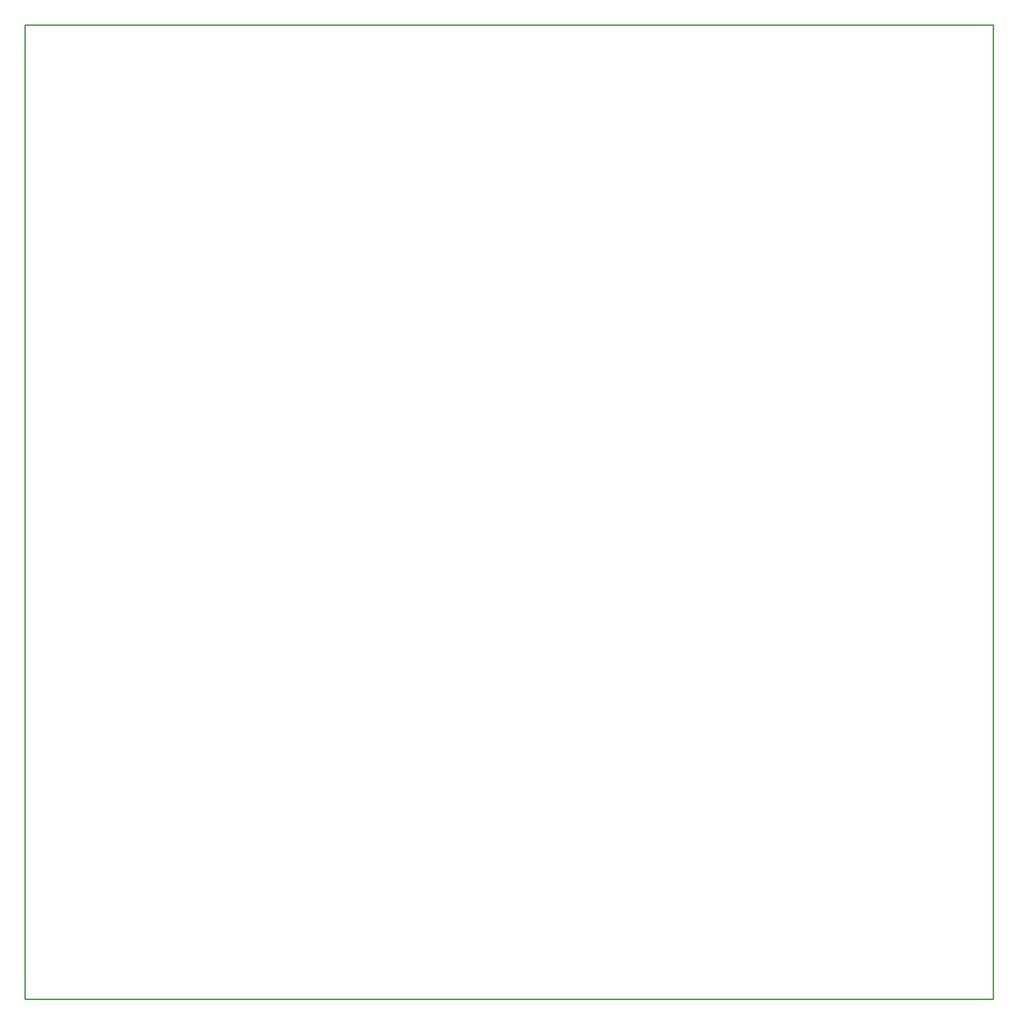
<source format=gko>
%FSTAX23Y23*%
%MOIN*%
%SFA1B1*%

%IPPOS*%
%ADD24C,0.010000*%
%LNwordclock_v20-1*%
%LPD*%
G54D24*
X03503Y-03858D02*
Y03188D01*
X-03503Y-03858D02*
X03503D01*
X-03503D02*
Y03188D01*
X03503*
M02*
</source>
